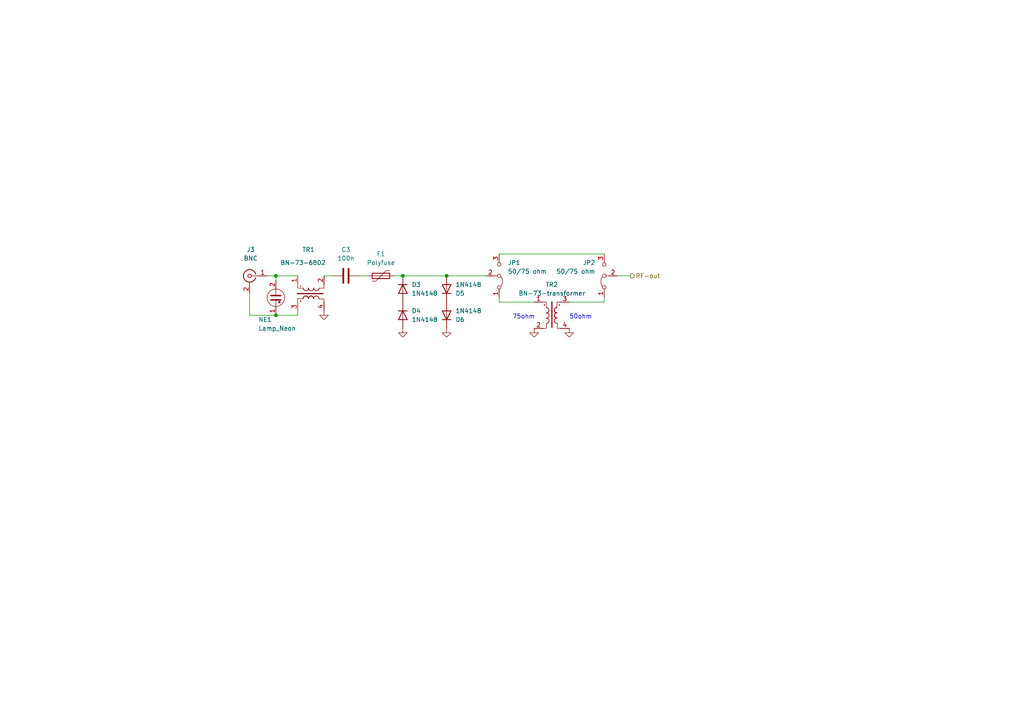
<source format=kicad_sch>
(kicad_sch (version 20211123) (generator eeschema)
  (paper "A4")
  (lib_symbols
    (symbol "Components:BN-73-transformer" (pin_names (offset 0.0254))
      (property "Reference" "TR?" (at 3.81 6.35 0))
      (property "Value" "BN-73-transformer" (at -2.54 3.81 0))
      (symbol "BN-73-transformer_0_1"
        (polyline (pts (xy 2.54 -7.62) (xy 3.556 -7.62) (xy 3.556 -6.35)))
        (polyline (pts (xy 2.54 0) (xy 3.556 0) (xy 3.556 -1.524)))
        (polyline (pts (xy 7.62 0) (xy 6.604 0) (xy 6.604 -1.524)))
        (polyline (pts (xy 7.7216 -7.62) (xy 6.7056 -7.62) (xy 6.7056 -6.096)))
        (circle (center 2.9972 -0.8128) (radius 0.127))
        (arc (start 3.5433 -6.1849) (mid 4.3053 -5.4229) (end 3.5433 -4.6609) (stroke (width 0.2032)))
        (arc (start 3.5433 -4.6609) (mid 4.3053 -3.8989) (end 3.5433 -3.1369) (stroke (width 0.2032)))
        (arc (start 3.5433 -3.1369) (mid 4.3053 -2.3749) (end 3.5433 -1.6129) (stroke (width 0.2032)))
        (rectangle (start 5.0165 0.1905) (end 5.2705 -7.4295) (stroke (width 0.0254)) (fill (type outline)))
        (arc (start 6.5913 -4.6101) (mid 5.8293 -5.3721) (end 6.5913 -6.1341) (stroke (width 0.2032)))
        (arc (start 6.5913 -3.0861) (mid 5.8293 -3.8481) (end 6.5913 -4.6101) (stroke (width 0.2032)))
        (arc (start 6.5913 -3.0861) (mid 5.8293 -3.8481) (end 6.5913 -4.6101) (stroke (width 0.2032)))
        (arc (start 6.5913 -1.5621) (mid 5.8293 -2.3241) (end 6.5913 -3.0861) (stroke (width 0.2032)))
        (arc (start 6.5913 -1.5621) (mid 5.8293 -2.3241) (end 6.5913 -3.0861) (stroke (width 0.2032)))
        (circle (center 7.3025 -0.8255) (radius 0.127))
      )
      (symbol "BN-73-transformer_1_1"
        (pin passive line (at 0 0 0) (length 2.54) (name "~") (number "1"))
        (pin passive line (at 0 -7.62 0) (length 2.54) (name "~") (number "2"))
        (pin passive line (at 10.16 0 180) (length 2.54) (name "~") (number "3"))
        (pin passive line (at 10.16 -7.62 180) (length 2.54) (name "~") (number "4"))
      )
    )
    (symbol "Components:BNC" (pin_names (offset 1.016) hide)
      (property "Reference" "J" (at 0.254 3.048 0))
      (property "Value" "BNC" (at 2.921 0 90))
      (symbol "BNC_0_1"
        (arc (start -1.778 -0.508) (mid 0.2311 -1.8066) (end 1.778 0) (stroke (width 0.254)))
        (polyline (pts (xy -2.54 0) (xy -0.508 0)))
        (polyline (pts (xy 0 -2.54) (xy 0 -1.778)))
        (circle (center 0 0) (radius 0.508) (stroke (width 0.2032)))
        (arc (start 1.778 0) (mid 0.2099 1.8101) (end -1.778 0.508) (stroke (width 0.254)))
      )
      (symbol "BNC_1_1"
        (pin passive line (at -5.08 0 0) (length 2.54) (name "In") (number "1"))
        (pin passive line (at 0 -5.08 90) (length 2.54) (name "Ext") (number "2"))
      )
    )
    (symbol "Components:Lamp_Neon" (pin_names (offset 0.0254) hide)
      (property "Reference" "NE?" (at 3.81 1.2701 0))
      (property "Value" "Lamp_Neon" (at 3.81 -1.2699 0))
      (symbol "Lamp_Neon_0_1"
        (rectangle (start -1.524 -0.508) (end 1.524 -0.762) (fill (type outline)))
        (rectangle (start -1.524 0.762) (end 1.524 0.508) (fill (type outline)))
        (polyline (pts (xy 0 -2.54) (xy 0 -0.762)))
        (polyline (pts (xy 0 0.762) (xy 0 2.54)))
        (circle (center 0 0) (radius 2.54))
        (circle (center 1.016 -1.27) (radius 0.254) (fill (type outline)))
      )
      (symbol "Lamp_Neon_1_1"
        (pin passive line (at 0 -5.08 90) (length 2.54) (name "~") (number "1"))
        (pin passive line (at 0 5.08 270) (length 2.54) (name "~") (number "2"))
      )
    )
    (symbol "Components:Polyfuse" (pin_numbers hide) (pin_names (offset 0))
      (property "Reference" "F?" (at 2.54 1.2701 0))
      (property "Value" "Polyfuse" (at 2.54 -1.2699 0))
      (symbol "Polyfuse_0_1"
        (rectangle (start -0.762 2.54) (end 0.762 -2.54) (stroke (width 0.254)))
        (polyline (pts (xy 0 2.54) (xy 0 -2.54)))
        (polyline (pts (xy -1.524 2.54) (xy -1.524 1.524) (xy 1.524 -1.524) (xy 1.524 -2.54)))
      )
      (symbol "Polyfuse_1_1"
        (pin passive line (at 0 3.81 270) (length 1.27) (name "~") (number "1"))
        (pin passive line (at 0 -3.81 90) (length 1.27) (name "~") (number "2"))
      )
    )
    (symbol "Device:C" (pin_numbers hide) (pin_names (offset 0.254))
      (property "Reference" "C" (at 0.635 2.54 0))
      (property "Value" "C" (at 0.635 -2.54 0))
      (symbol "C_0_1"
        (polyline (pts (xy -2.032 -0.762) (xy 2.032 -0.762)) (stroke (width 0.508)))
        (polyline (pts (xy -2.032 0.762) (xy 2.032 0.762)) (stroke (width 0.508)))
      )
      (symbol "C_1_1"
        (pin passive line (at 0 3.81 270) (length 2.794) (name "~") (number "1"))
        (pin passive line (at 0 -3.81 90) (length 2.794) (name "~") (number "2"))
      )
    )
    (symbol "Diode:1N4148" (pin_numbers hide) (pin_names hide)
      (property "Reference" "D" (at 0 2.54 0))
      (property "Value" "1N4148" (at 0 -2.54 0))
      (symbol "1N4148_0_1"
        (polyline (pts (xy -1.27 1.27) (xy -1.27 -1.27)) (stroke (width 0.254)))
        (polyline (pts (xy 1.27 0) (xy -1.27 0)))
        (polyline (pts (xy 1.27 1.27) (xy 1.27 -1.27) (xy -1.27 0) (xy 1.27 1.27)) (stroke (width 0.254)))
      )
      (symbol "1N4148_1_1"
        (pin passive line (at -3.81 0 0) (length 2.54) (name "K") (number "1"))
        (pin passive line (at 3.81 0 180) (length 2.54) (name "A") (number "2"))
      )
    )
    (symbol "Jumper:Jumper_3_Bridged12" (pin_names (offset 0) hide)
      (property "Reference" "JP" (at -2.54 -2.54 0))
      (property "Value" "Jumper_3_Bridged12" (at 0 2.794 0))
      (symbol "Jumper_3_Bridged12_0_0"
        (circle (center -3.302 0) (radius 0.508))
        (circle (center 0 0) (radius 0.508))
        (circle (center 3.302 0) (radius 0.508))
      )
      (symbol "Jumper_3_Bridged12_0_1"
        (arc (start -0.254 0.508) (mid -1.651 0.9912) (end -3.048 0.508))
        (polyline (pts (xy 0 -1.27) (xy 0 -0.508)))
      )
      (symbol "Jumper_3_Bridged12_1_1"
        (pin passive line (at -6.35 0 0) (length 2.54) (name "A") (number "1"))
        (pin passive line (at 0 -3.81 90) (length 2.54) (name "C") (number "2"))
        (pin passive line (at 6.35 0 180) (length 2.54) (name "B") (number "3"))
      )
    )
    (symbol "power:GND" (power) (pin_names (offset 0))
      (property "Value" "GND" (at 0 -3.81 0))
      (symbol "GND_0_1"
        (polyline (pts (xy 0 0) (xy 0 -1.27) (xy 1.27 -1.27) (xy 0 -2.54) (xy -1.27 -1.27) (xy 0 -1.27)))
      )
      (symbol "GND_1_1"
        (pin power_in line (at 0 0 270) (length 0) hide (name "GND") (number "1"))
      )
    )
  )
  (junction (at 80.01 91.44))
  (junction (at 80.01 80.01))
  (junction (at 116.84 80.01))
  (junction (at 129.54 80.01))
  (wire (pts (xy 144.78 87.63) (xy 154.94 87.63)))
  (wire (pts (xy 72.39 85.09) (xy 72.39 91.44)))
  (wire (pts (xy 129.54 80.01) (xy 140.97 80.01)))
  (wire (pts (xy 80.01 80.01) (xy 86.36 80.01)))
  (wire (pts (xy 116.84 80.01) (xy 129.54 80.01)))
  (wire (pts (xy 104.14 80.01) (xy 106.68 80.01)))
  (wire (pts (xy 72.39 91.44) (xy 80.01 91.44)))
  (wire (pts (xy 80.01 80.01) (xy 80.01 81.28)))
  (wire (pts (xy 80.01 91.44) (xy 86.36 91.44)))
  (wire (pts (xy 182.88 80.01) (xy 179.07 80.01)))
  (wire (pts (xy 114.3 80.01) (xy 116.84 80.01)))
  (wire (pts (xy 144.78 73.66) (xy 175.26 73.66)))
  (wire (pts (xy 93.98 80.01) (xy 96.52 80.01)))
  (wire (pts (xy 175.26 86.36) (xy 175.26 87.63)))
  (wire (pts (xy 77.47 80.01) (xy 80.01 80.01)))
  (wire (pts (xy 86.36 91.44) (xy 86.36 90.17)))
  (wire (pts (xy 144.78 87.63) (xy 144.78 86.36)))
  (wire (pts (xy 165.1 87.63) (xy 175.26 87.63)))
  (text "50ohm" (at 165.1 92.71 0) (effects (font (size 1.27 1.27)) (justify left bottom)))
  (text "75ohm" (at 148.59 92.71 0) (effects (font (size 1.27 1.27)) (justify left bottom)))
  (hierarchical_label "RF-out" (shape output) (at 182.88 80.01 0))
  (symbol (lib_id "power:GND") (at 129.54 95.25 0) (unit 1)
    (property "Reference" "#PWR017" (effects hide))
    (property "Value" "GND" (effects hide))
  )
  (symbol (lib_id "Diode:1N4148") (at 129.54 83.82 270) (mirror x) (unit 1)
    (property "Reference" "D5" (at 132.08 85.0901 90) (effects (justify left)))
    (property "Value" "1N4148" (at 132.08 82.5501 90) (effects (justify left)))
    (property "Footprint" "Diode_THT:D_DO-35_SOD27_P7.62mm_Horizontal" (effects hide))
    (property "Datasheet" "https://assets.nexperia.com/documents/data-sheet/1N4148_1N4448.pdf" (effects hide))
  )
  (symbol (lib_id "Components:BNC") (at 72.39 80.01 0) (mirror y) (unit 1)
    (property "Reference" "J3" (at 72.7074 72.39 0))
    (property "Value" "BNC" (at 72.7074 74.93 0))
    (property "Footprint" "Components:BNC_vertical" (effects hide))
    (property "Datasheet" " ~" (effects hide))
  )
  (symbol (lib_id "Device:C") (at 100.33 80.01 90) (unit 1)
    (property "Reference" "C3" (at 100.33 72.39 90))
    (property "Value" "100n" (at 100.33 74.93 90))
    (property "Footprint" "Capacitor_THT:C_Disc_D5.1mm_W3.2mm_P5.00mm" (effects hide))
  )
  (symbol (lib_id "Components:BN-73-transformer") (at 86.36 80.01 90) (mirror x) (unit 1)
    (property "Reference" "TR1" (at 87.63 72.39 90) (effects (justify right)))
    (property "Value" "BN-73-6802" (at 81.28 76.2 90) (effects (justify right)))
    (property "Footprint" "Components:BN-73-6802-balun" (effects hide))
    (property "Datasheet" "none" (effects hide))
  )
  (symbol (lib_id "power:GND") (at 154.94 95.25 0) (unit 1)
    (property "Reference" "#PWR018" (effects hide))
    (property "Value" "GND" (effects hide))
  )
  (symbol (lib_id "Jumper:Jumper_3_Bridged12") (at 144.78 80.01 270) (mirror x) (unit 1)
    (property "Reference" "JP1" (at 147.2692 76.1999 90) (effects (justify left)))
    (property "Value" "50/75 ohm" (at 147.2692 78.7399 90) (effects (justify left)))
    (property "Footprint" "Connector_PinHeader_2.54mm:PinHeader_1x03_P2.54mm_Vertical" (effects hide))
  )
  (symbol (lib_id "power:GND") (at 165.1 95.25 0) (unit 1)
    (property "Reference" "#PWR019" (effects hide))
    (property "Value" "GND" (effects hide))
  )
  (symbol (lib_id "Components:Polyfuse") (at 110.49 80.01 90) (unit 1)
    (property "Reference" "F1" (at 110.49 73.66 90))
    (property "Value" "Polyfuse" (at 110.49 76.2 90))
    (property "Footprint" "Fuse:Fuse_BelFuse_0ZRE0005FF_L8.3mm_W3.8mm" (effects hide))
  )
  (symbol (lib_id "Diode:1N4148") (at 129.54 91.44 270) (mirror x) (unit 1)
    (property "Reference" "D6" (at 132.08 92.7101 90) (effects (justify left)))
    (property "Value" "1N4148" (at 132.08 90.1701 90) (effects (justify left)))
    (property "Footprint" "Diode_THT:D_DO-35_SOD27_P7.62mm_Horizontal" (effects hide))
    (property "Datasheet" "https://assets.nexperia.com/documents/data-sheet/1N4148_1N4448.pdf" (effects hide))
  )
  (symbol (lib_id "power:GND") (at 116.84 95.25 0) (unit 1)
    (property "Reference" "#PWR016" (effects hide))
    (property "Value" "GND" (effects hide))
  )
  (symbol (lib_id "Diode:1N4148") (at 116.84 91.44 270) (unit 1)
    (property "Reference" "D4" (at 119.38 90.1699 90) (effects (justify left)))
    (property "Value" "1N4148" (at 119.38 92.7099 90) (effects (justify left)))
    (property "Footprint" "Diode_THT:D_DO-35_SOD27_P7.62mm_Horizontal" (effects hide))
    (property "Datasheet" "https://assets.nexperia.com/documents/data-sheet/1N4148_1N4448.pdf" (effects hide))
  )
  (symbol (lib_id "Components:BN-73-transformer") (at 154.94 87.63 0) (unit 1)
    (property "Reference" "TR2" (at 160.02 82.55 0))
    (property "Value" "BN-73-transformer" (at 160.0708 85.09 0))
    (property "Footprint" "Components:BN-73-202-1-1" (effects hide))
    (property "Datasheet" "none" (effects hide))
  )
  (symbol (lib_id "Diode:1N4148") (at 116.84 83.82 270) (unit 1)
    (property "Reference" "D3" (at 119.38 82.5499 90) (effects (justify left)))
    (property "Value" "1N4148" (at 119.38 85.0899 90) (effects (justify left)))
    (property "Footprint" "Diode_THT:D_DO-35_SOD27_P7.62mm_Horizontal" (effects hide))
    (property "Datasheet" "https://assets.nexperia.com/documents/data-sheet/1N4148_1N4448.pdf" (effects hide))
  )
  (symbol (lib_id "power:GND") (at 93.98 90.17 0) (unit 1)
    (property "Reference" "#PWR015" (effects hide))
    (property "Value" "GND" (effects hide))
  )
  (symbol (lib_id "Components:Lamp_Neon") (at 80.01 86.36 0) (unit 1)
    (property "Reference" "NE1" (at 74.93 92.71 0) (effects (justify left)))
    (property "Value" "Lamp_Neon" (at 74.93 95.25 0) (effects (justify left)))
    (property "Footprint" "LED_THT:LED_D5.0mm_Clear" (effects hide))
  )
  (symbol (lib_id "Jumper:Jumper_3_Bridged12") (at 175.26 80.01 90) (unit 1)
    (property "Reference" "JP2" (at 172.6692 76.1999 90) (effects (justify left)))
    (property "Value" "50/75 ohm" (at 172.6692 78.7399 90) (effects (justify left)))
    (property "Footprint" "Connector_PinHeader_2.54mm:PinHeader_1x03_P2.54mm_Vertical" (effects hide))
  )
)
</source>
